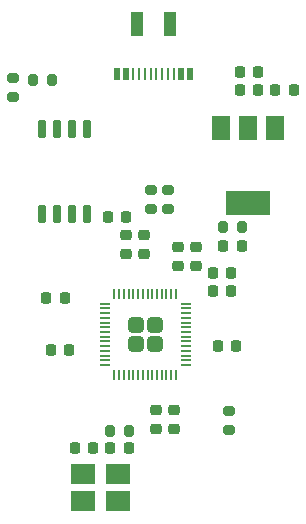
<source format=gbr>
%TF.GenerationSoftware,KiCad,Pcbnew,(6.0.7)*%
%TF.CreationDate,2023-07-30T21:01:36+08:00*%
%TF.ProjectId,RP2040 basic dev board,52503230-3430-4206-9261-736963206465,rev?*%
%TF.SameCoordinates,Original*%
%TF.FileFunction,Paste,Top*%
%TF.FilePolarity,Positive*%
%FSLAX46Y46*%
G04 Gerber Fmt 4.6, Leading zero omitted, Abs format (unit mm)*
G04 Created by KiCad (PCBNEW (6.0.7)) date 2023-07-30 21:01:36*
%MOMM*%
%LPD*%
G01*
G04 APERTURE LIST*
G04 Aperture macros list*
%AMRoundRect*
0 Rectangle with rounded corners*
0 $1 Rounding radius*
0 $2 $3 $4 $5 $6 $7 $8 $9 X,Y pos of 4 corners*
0 Add a 4 corners polygon primitive as box body*
4,1,4,$2,$3,$4,$5,$6,$7,$8,$9,$2,$3,0*
0 Add four circle primitives for the rounded corners*
1,1,$1+$1,$2,$3*
1,1,$1+$1,$4,$5*
1,1,$1+$1,$6,$7*
1,1,$1+$1,$8,$9*
0 Add four rect primitives between the rounded corners*
20,1,$1+$1,$2,$3,$4,$5,0*
20,1,$1+$1,$4,$5,$6,$7,0*
20,1,$1+$1,$6,$7,$8,$9,0*
20,1,$1+$1,$8,$9,$2,$3,0*%
G04 Aperture macros list end*
%ADD10RoundRect,0.225000X-0.225000X-0.250000X0.225000X-0.250000X0.225000X0.250000X-0.225000X0.250000X0*%
%ADD11RoundRect,0.225000X0.250000X-0.225000X0.250000X0.225000X-0.250000X0.225000X-0.250000X-0.225000X0*%
%ADD12RoundRect,0.200000X0.275000X-0.200000X0.275000X0.200000X-0.275000X0.200000X-0.275000X-0.200000X0*%
%ADD13RoundRect,0.225000X0.225000X0.250000X-0.225000X0.250000X-0.225000X-0.250000X0.225000X-0.250000X0*%
%ADD14R,2.100000X1.800000*%
%ADD15RoundRect,0.200000X-0.275000X0.200000X-0.275000X-0.200000X0.275000X-0.200000X0.275000X0.200000X0*%
%ADD16RoundRect,0.200000X-0.200000X-0.275000X0.200000X-0.275000X0.200000X0.275000X-0.200000X0.275000X0*%
%ADD17RoundRect,0.249999X-0.395001X-0.395001X0.395001X-0.395001X0.395001X0.395001X-0.395001X0.395001X0*%
%ADD18RoundRect,0.050000X-0.387500X-0.050000X0.387500X-0.050000X0.387500X0.050000X-0.387500X0.050000X0*%
%ADD19RoundRect,0.050000X-0.050000X-0.387500X0.050000X-0.387500X0.050000X0.387500X-0.050000X0.387500X0*%
%ADD20RoundRect,0.225000X-0.250000X0.225000X-0.250000X-0.225000X0.250000X-0.225000X0.250000X0.225000X0*%
%ADD21RoundRect,0.218750X0.218750X0.256250X-0.218750X0.256250X-0.218750X-0.256250X0.218750X-0.256250X0*%
%ADD22RoundRect,0.150000X-0.150000X0.650000X-0.150000X-0.650000X0.150000X-0.650000X0.150000X0.650000X0*%
%ADD23R,1.000000X2.000000*%
%ADD24R,0.520000X1.000000*%
%ADD25R,0.270000X1.000000*%
%ADD26R,1.500000X2.000000*%
%ADD27R,3.800000X2.000000*%
G04 APERTURE END LIST*
D10*
%TO.C,C11*%
X200125000Y-90400000D03*
X201675000Y-90400000D03*
%TD*%
D11*
%TO.C,C8*%
X192800000Y-87275000D03*
X192800000Y-85725000D03*
%TD*%
D10*
%TO.C,C4*%
X191225000Y-84200000D03*
X192775000Y-84200000D03*
%TD*%
%TO.C,C1*%
X202425000Y-71900000D03*
X203975000Y-71900000D03*
%TD*%
D12*
%TO.C,R6*%
X194850000Y-83510000D03*
X194850000Y-81860000D03*
%TD*%
D10*
%TO.C,C5*%
X191450000Y-103750000D03*
X193000000Y-103750000D03*
%TD*%
D13*
%TO.C,C13*%
X187975000Y-95400000D03*
X186425000Y-95400000D03*
%TD*%
D14*
%TO.C,Y1*%
X189175000Y-108200000D03*
X192075000Y-108200000D03*
X192075000Y-105900000D03*
X189175000Y-105900000D03*
%TD*%
D15*
%TO.C,R1*%
X183200000Y-72375000D03*
X183200000Y-74025000D03*
%TD*%
%TO.C,R5*%
X201500000Y-100575000D03*
X201500000Y-102225000D03*
%TD*%
D13*
%TO.C,C17*%
X187575000Y-91000000D03*
X186025000Y-91000000D03*
%TD*%
%TO.C,C3*%
X190000000Y-103750000D03*
X188450000Y-103750000D03*
%TD*%
D12*
%TO.C,R7*%
X196350000Y-83510000D03*
X196350000Y-81860000D03*
%TD*%
D16*
%TO.C,R4*%
X200975000Y-85000000D03*
X202625000Y-85000000D03*
%TD*%
D17*
%TO.C,U3*%
X195200000Y-94900000D03*
X193600000Y-94900000D03*
X195200000Y-93300000D03*
X193600000Y-93300000D03*
D18*
X190962500Y-91500000D03*
X190962500Y-91900000D03*
X190962500Y-92300000D03*
X190962500Y-92700000D03*
X190962500Y-93100000D03*
X190962500Y-93500000D03*
X190962500Y-93900000D03*
X190962500Y-94300000D03*
X190962500Y-94700000D03*
X190962500Y-95100000D03*
X190962500Y-95500000D03*
X190962500Y-95900000D03*
X190962500Y-96300000D03*
X190962500Y-96700000D03*
D19*
X191800000Y-97537500D03*
X192200000Y-97537500D03*
X192600000Y-97537500D03*
X193000000Y-97537500D03*
X193400000Y-97537500D03*
X193800000Y-97537500D03*
X194200000Y-97537500D03*
X194600000Y-97537500D03*
X195000000Y-97537500D03*
X195400000Y-97537500D03*
X195800000Y-97537500D03*
X196200000Y-97537500D03*
X196600000Y-97537500D03*
X197000000Y-97537500D03*
D18*
X197837500Y-96700000D03*
X197837500Y-96300000D03*
X197837500Y-95900000D03*
X197837500Y-95500000D03*
X197837500Y-95100000D03*
X197837500Y-94700000D03*
X197837500Y-94300000D03*
X197837500Y-93900000D03*
X197837500Y-93500000D03*
X197837500Y-93100000D03*
X197837500Y-92700000D03*
X197837500Y-92300000D03*
X197837500Y-91900000D03*
X197837500Y-91500000D03*
D19*
X197000000Y-90662500D03*
X196600000Y-90662500D03*
X196200000Y-90662500D03*
X195800000Y-90662500D03*
X195400000Y-90662500D03*
X195000000Y-90662500D03*
X194600000Y-90662500D03*
X194200000Y-90662500D03*
X193800000Y-90662500D03*
X193400000Y-90662500D03*
X193000000Y-90662500D03*
X192600000Y-90662500D03*
X192200000Y-90662500D03*
X191800000Y-90662500D03*
%TD*%
D20*
%TO.C,C7*%
X196800000Y-100525000D03*
X196800000Y-102075000D03*
%TD*%
D21*
%TO.C,D1*%
X202587500Y-86600000D03*
X201012500Y-86600000D03*
%TD*%
D11*
%TO.C,C12*%
X198700000Y-88275000D03*
X198700000Y-86725000D03*
%TD*%
D22*
%TO.C,U2*%
X189505000Y-76700000D03*
X188235000Y-76700000D03*
X186965000Y-76700000D03*
X185695000Y-76700000D03*
X185695000Y-83900000D03*
X186965000Y-83900000D03*
X188235000Y-83900000D03*
X189505000Y-83900000D03*
%TD*%
D10*
%TO.C,C10*%
X200125000Y-88900000D03*
X201675000Y-88900000D03*
%TD*%
%TO.C,C16*%
X200525000Y-95100000D03*
X202075000Y-95100000D03*
%TD*%
%TO.C,C2*%
X202425000Y-73400000D03*
X203975000Y-73400000D03*
%TD*%
D16*
%TO.C,R3*%
X191400000Y-102250000D03*
X193050000Y-102250000D03*
%TD*%
D11*
%TO.C,C9*%
X197200000Y-88275000D03*
X197200000Y-86725000D03*
%TD*%
D23*
%TO.C,J4*%
X196500000Y-67850000D03*
X193700000Y-67850000D03*
D24*
X198200000Y-72050000D03*
X197450000Y-72050000D03*
D25*
X196850000Y-72050000D03*
X195350000Y-72050000D03*
X194350000Y-72050000D03*
X193350000Y-72050000D03*
D24*
X192750000Y-72050000D03*
X192000000Y-72050000D03*
X192000000Y-72050000D03*
X192750000Y-72050000D03*
D25*
X193850000Y-72050000D03*
X194850000Y-72050000D03*
X195850000Y-72050000D03*
X196350000Y-72050000D03*
D24*
X197450000Y-72050000D03*
X198200000Y-72050000D03*
%TD*%
D16*
%TO.C,R2*%
X184875000Y-72600000D03*
X186525000Y-72600000D03*
%TD*%
D10*
%TO.C,C6*%
X205425000Y-73400000D03*
X206975000Y-73400000D03*
%TD*%
D11*
%TO.C,C14*%
X194300000Y-87275000D03*
X194300000Y-85725000D03*
%TD*%
D20*
%TO.C,C15*%
X195300000Y-100525000D03*
X195300000Y-102075000D03*
%TD*%
D26*
%TO.C,U1*%
X205400000Y-76650000D03*
X203100000Y-76650000D03*
D27*
X203100000Y-82950000D03*
D26*
X200800000Y-76650000D03*
%TD*%
M02*

</source>
